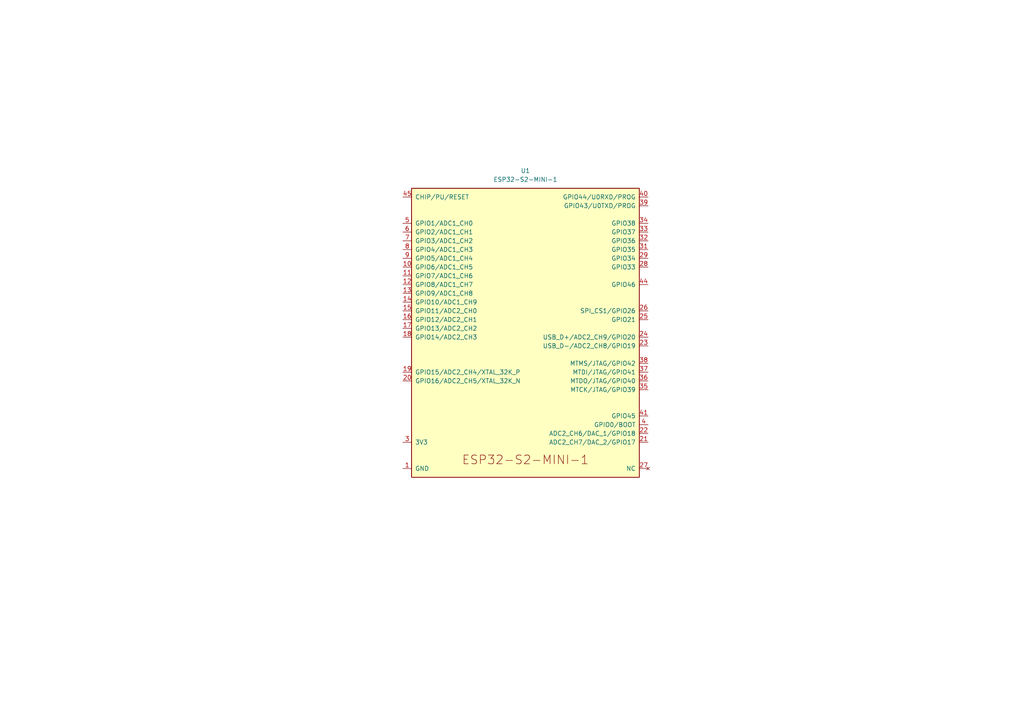
<source format=kicad_sch>
(kicad_sch (version 20250114) (generator "eeschema") (generator_version "9.0")
  (paper "A4")
  (lib_symbols
    (symbol "Espressif:ESP32-S2-MINI-1" (pin_names (offset 1.016))
      (property "Reference" "U" (at -33.02 50.8 0))
      (property "Value" "ESP32-S2-MINI-1" (at -33.02 48.26 0))
      (symbol "ESP32-S2-MINI-1_0_0"
        (pin bidirectional line (at -35.56 43.18 0) (length 2.54) (name "CHIP/PU/RESET") (number "45"))
        (pin power_in line (at -35.56 -35.56 0) (length 2.54) (name "GND") (number "1"))
        (pin passive line (at -35.56 -35.56 0) (length 2.54) (hide yes) (name "GND") (number "43"))
        (pin passive line (at -35.56 -35.56 0) (length 2.54) (hide yes) (name "GND") (number "46"))
        (pin passive line (at -35.56 -35.56 0) (length 2.54) (hide yes) (name "GND") (number "47"))
        (pin passive line (at -35.56 -35.56 0) (length 2.54) (hide yes) (name "GND") (number "48"))
        (pin passive line (at -35.56 -35.56 0) (length 2.54) (hide yes) (name "GND") (number "49"))
        (pin passive line (at -35.56 -35.56 0) (length 2.54) (hide yes) (name "GND") (number "50"))
        (pin passive line (at -35.56 -35.56 0) (length 2.54) (hide yes) (name "GND") (number "51"))
        (pin passive line (at -35.56 -35.56 0) (length 2.54) (hide yes) (name "GND") (number "52"))
        (pin passive line (at -35.56 -35.56 0) (length 2.54) (hide yes) (name "GND") (number "53"))
        (pin passive line (at -35.56 -35.56 0) (length 2.54) (hide yes) (name "GND") (number "54"))
        (pin passive line (at -35.56 -35.56 0) (length 2.54) (hide yes) (name "GND") (number "55"))
        (pin passive line (at -35.56 -35.56 0) (length 2.54) (hide yes) (name "GND") (number "56"))
        (pin passive line (at -35.56 -35.56 0) (length 2.54) (hide yes) (name "GND") (number "57"))
        (pin passive line (at -35.56 -35.56 0) (length 2.54) (hide yes) (name "GND") (number "58"))
        (pin passive line (at -35.56 -35.56 0) (length 2.54) (hide yes) (name "GND") (number "59"))
        (pin passive line (at -35.56 -35.56 0) (length 2.54) (hide yes) (name "GND") (number "60"))
        (pin passive line (at -35.56 -35.56 0) (length 2.54) (hide yes) (name "GND") (number "61"))
        (pin passive line (at -35.56 -35.56 0) (length 2.54) (hide yes) (name "GND") (number "62"))
        (pin passive line (at -35.56 -35.56 0) (length 2.54) (hide yes) (name "GND") (number "63"))
        (pin passive line (at -35.56 -35.56 0) (length 2.54) (hide yes) (name "GND") (number "64"))
        (pin passive line (at -35.56 -35.56 0) (length 2.54) (hide yes) (name "GND") (number "65"))
        (pin input line (at 35.56 17.78 180) (length 2.54) (name "GPIO46") (number "44"))
      )
      (symbol "ESP32-S2-MINI-1_1_1"
        (rectangle (start -33.02 45.72) (end 33.02 -38.1) (stroke (width 0.254)) (fill (type background)))
        (text "ESP32-S2-MINI-1" (at 0 -33.02 0) (effects (font (size 2.54 2.54))))
        (pin bidirectional line (at -35.56 35.56 0) (length 2.54) (name "GPIO1/ADC1_CH0") (number "5"))
        (pin bidirectional line (at -35.56 33.02 0) (length 2.54) (name "GPIO2/ADC1_CH1") (number "6"))
        (pin bidirectional line (at -35.56 30.48 0) (length 2.54) (name "GPIO3/ADC1_CH2") (number "7"))
        (pin bidirectional line (at -35.56 27.94 0) (length 2.54) (name "GPIO4/ADC1_CH3") (number "8"))
        (pin bidirectional line (at -35.56 25.4 0) (length 2.54) (name "GPIO5/ADC1_CH4") (number "9"))
        (pin bidirectional line (at -35.56 22.86 0) (length 2.54) (name "GPIO6/ADC1_CH5") (number "10"))
        (pin bidirectional line (at -35.56 20.32 0) (length 2.54) (name "GPIO7/ADC1_CH6") (number "11"))
        (pin bidirectional line (at -35.56 17.78 0) (length 2.54) (name "GPIO8/ADC1_CH7") (number "12"))
        (pin bidirectional line (at -35.56 15.24 0) (length 2.54) (name "GPIO9/ADC1_CH8") (number "13"))
        (pin bidirectional line (at -35.56 12.7 0) (length 2.54) (name "GPIO10/ADC1_CH9") (number "14"))
        (pin bidirectional line (at -35.56 10.16 0) (length 2.54) (name "GPIO11/ADC2_CH0") (number "15"))
        (pin bidirectional line (at -35.56 7.62 0) (length 2.54) (name "GPIO12/ADC2_CH1") (number "16"))
        (pin bidirectional line (at -35.56 5.08 0) (length 2.54) (name "GPIO13/ADC2_CH2") (number "17"))
        (pin bidirectional line (at -35.56 2.54 0) (length 2.54) (name "GPIO14/ADC2_CH3") (number "18"))
        (pin bidirectional line (at -35.56 -7.62 0) (length 2.54) (name "GPIO15/ADC2_CH4/XTAL_32K_P") (number "19"))
        (pin bidirectional line (at -35.56 -10.16 0) (length 2.54) (name "GPIO16/ADC2_CH5/XTAL_32K_N") (number "20"))
        (pin power_in line (at -35.56 -27.94 0) (length 2.54) (name "3V3") (number "3"))
        (pin passive line (at -35.56 -35.56 0) (length 2.54) (hide yes) (name "GND") (number "2"))
        (pin passive line (at -35.56 -35.56 0) (length 2.54) (hide yes) (name "GND") (number "30"))
        (pin passive line (at -35.56 -35.56 0) (length 2.54) (hide yes) (name "GND") (number "42"))
        (pin bidirectional line (at 35.56 43.18 180) (length 2.54) (name "GPIO44/U0RXD/PROG") (number "40"))
        (pin bidirectional line (at 35.56 40.64 180) (length 2.54) (name "GPIO43/U0TXD/PROG") (number "39"))
        (pin bidirectional line (at 35.56 35.56 180) (length 2.54) (name "GPIO38") (number "34"))
        (pin bidirectional line (at 35.56 33.02 180) (length 2.54) (name "GPIO37") (number "33"))
        (pin bidirectional line (at 35.56 30.48 180) (length 2.54) (name "GPIO36") (number "32"))
        (pin bidirectional line (at 35.56 27.94 180) (length 2.54) (name "GPIO35") (number "31"))
        (pin bidirectional line (at 35.56 25.4 180) (length 2.54) (name "GPIO34") (number "29"))
        (pin bidirectional line (at 35.56 22.86 180) (length 2.54) (name "GPIO33") (number "28"))
        (pin bidirectional line (at 35.56 10.16 180) (length 2.54) (name "SPI_CS1/GPIO26") (number "26"))
        (pin bidirectional line (at 35.56 7.62 180) (length 2.54) (name "GPIO21") (number "25"))
        (pin bidirectional line (at 35.56 2.54 180) (length 2.54) (name "USB_D+/ADC2_CH9/GPIO20") (number "24"))
        (pin bidirectional line (at 35.56 0 180) (length 2.54) (name "USB_D-/ADC2_CH8/GPIO19") (number "23"))
        (pin bidirectional line (at 35.56 -5.08 180) (length 2.54) (name "MTMS/JTAG/GPIO42") (number "38"))
        (pin bidirectional line (at 35.56 -7.62 180) (length 2.54) (name "MTDI/JTAG/GPIO41") (number "37"))
        (pin bidirectional line (at 35.56 -10.16 180) (length 2.54) (name "MTDO/JTAG/GPIO40") (number "36"))
        (pin bidirectional line (at 35.56 -12.7 180) (length 2.54) (name "MTCK/JTAG/GPIO39") (number "35"))
        (pin bidirectional line (at 35.56 -20.32 180) (length 2.54) (name "GPIO45") (number "41"))
        (pin bidirectional line (at 35.56 -22.86 180) (length 2.54) (name "GPIO0/BOOT") (number "4"))
        (pin bidirectional line (at 35.56 -25.4 180) (length 2.54) (name "ADC2_CH6/DAC_1/GPIO18") (number "22"))
        (pin bidirectional line (at 35.56 -27.94 180) (length 2.54) (name "ADC2_CH7/DAC_2/GPIO17") (number "21"))
        (pin no_connect line (at 35.56 -35.56 180) (length 2.54) (name "NC") (number "27"))
      )
    )
  )
  (symbol (lib_id "Espressif:ESP32-S2-MINI-1") (at 152.4 100.33 0) (unit 1)
    (property "Reference" "U1" (at 152.4 49.53 0))
    (property "Value" "ESP32-S2-MINI-1" (at 152.4 52.07 0))
    (property "Footprint" "Espressif:ESP32-S2-MINI-1" (effects (hide yes)))
    (property "Datasheet" "https://www.espressif.com/sites/default/files/documentation/esp32-s2-mini-1_esp32-s2-mini-1u_datasheet_en.pdf" (effects (hide yes)))
  )
)
</source>
